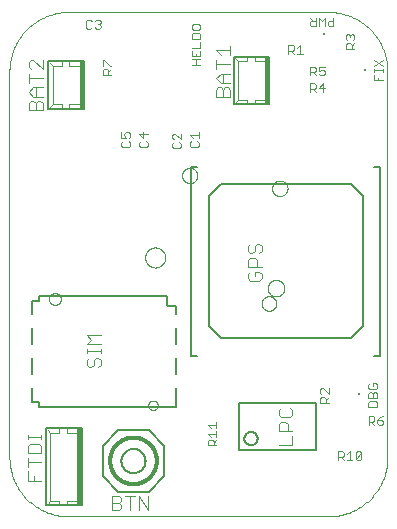
<source format=gto>
G75*
%MOIN*%
%OFA0B0*%
%FSLAX25Y25*%
%IPPOS*%
%LPD*%
%AMOC8*
5,1,8,0,0,1.08239X$1,22.5*
%
%ADD10C,0.00000*%
%ADD11C,0.00800*%
%ADD12C,0.00200*%
%ADD13R,0.01476X0.15748*%
%ADD14C,0.00400*%
%ADD15C,0.00500*%
%ADD16C,0.01200*%
%ADD17C,0.00300*%
%ADD18R,0.00984X0.00984*%
%ADD19R,0.01476X0.25591*%
D10*
X0114340Y0151282D02*
X0114340Y0280022D01*
X0114346Y0280498D01*
X0114363Y0280973D01*
X0114392Y0281448D01*
X0114432Y0281922D01*
X0114484Y0282395D01*
X0114547Y0282866D01*
X0114621Y0283336D01*
X0114707Y0283804D01*
X0114804Y0284270D01*
X0114912Y0284733D01*
X0115031Y0285193D01*
X0115162Y0285651D01*
X0115303Y0286105D01*
X0115456Y0286556D01*
X0115619Y0287002D01*
X0115793Y0287445D01*
X0115978Y0287883D01*
X0116173Y0288317D01*
X0116379Y0288746D01*
X0116595Y0289170D01*
X0116821Y0289589D01*
X0117057Y0290002D01*
X0117303Y0290409D01*
X0117559Y0290810D01*
X0117825Y0291204D01*
X0118100Y0291593D01*
X0118384Y0291974D01*
X0118677Y0292348D01*
X0118979Y0292716D01*
X0119291Y0293076D01*
X0119610Y0293428D01*
X0119938Y0293772D01*
X0120275Y0294109D01*
X0120619Y0294437D01*
X0120971Y0294756D01*
X0121331Y0295068D01*
X0121699Y0295370D01*
X0122073Y0295663D01*
X0122454Y0295947D01*
X0122843Y0296222D01*
X0123237Y0296488D01*
X0123638Y0296744D01*
X0124045Y0296990D01*
X0124458Y0297226D01*
X0124877Y0297452D01*
X0125301Y0297668D01*
X0125730Y0297874D01*
X0126164Y0298069D01*
X0126602Y0298254D01*
X0127045Y0298428D01*
X0127491Y0298591D01*
X0127942Y0298744D01*
X0128396Y0298885D01*
X0128854Y0299016D01*
X0129314Y0299135D01*
X0129777Y0299243D01*
X0130243Y0299340D01*
X0130711Y0299426D01*
X0131181Y0299500D01*
X0131652Y0299563D01*
X0132125Y0299615D01*
X0132599Y0299655D01*
X0133074Y0299684D01*
X0133549Y0299701D01*
X0134025Y0299707D01*
X0220639Y0299707D01*
X0221115Y0299701D01*
X0221590Y0299684D01*
X0222065Y0299655D01*
X0222539Y0299615D01*
X0223012Y0299563D01*
X0223483Y0299500D01*
X0223953Y0299426D01*
X0224421Y0299340D01*
X0224887Y0299243D01*
X0225350Y0299135D01*
X0225810Y0299016D01*
X0226268Y0298885D01*
X0226722Y0298744D01*
X0227173Y0298591D01*
X0227619Y0298428D01*
X0228062Y0298254D01*
X0228500Y0298069D01*
X0228934Y0297874D01*
X0229363Y0297668D01*
X0229787Y0297452D01*
X0230206Y0297226D01*
X0230619Y0296990D01*
X0231026Y0296744D01*
X0231427Y0296488D01*
X0231821Y0296222D01*
X0232210Y0295947D01*
X0232591Y0295663D01*
X0232965Y0295370D01*
X0233333Y0295068D01*
X0233693Y0294756D01*
X0234045Y0294437D01*
X0234389Y0294109D01*
X0234726Y0293772D01*
X0235054Y0293428D01*
X0235373Y0293076D01*
X0235685Y0292716D01*
X0235987Y0292348D01*
X0236280Y0291974D01*
X0236564Y0291593D01*
X0236839Y0291204D01*
X0237105Y0290810D01*
X0237361Y0290409D01*
X0237607Y0290002D01*
X0237843Y0289589D01*
X0238069Y0289170D01*
X0238285Y0288746D01*
X0238491Y0288317D01*
X0238686Y0287883D01*
X0238871Y0287445D01*
X0239045Y0287002D01*
X0239208Y0286556D01*
X0239361Y0286105D01*
X0239502Y0285651D01*
X0239633Y0285193D01*
X0239752Y0284733D01*
X0239860Y0284270D01*
X0239957Y0283804D01*
X0240043Y0283336D01*
X0240117Y0282866D01*
X0240180Y0282395D01*
X0240232Y0281922D01*
X0240272Y0281448D01*
X0240301Y0280973D01*
X0240318Y0280498D01*
X0240324Y0280022D01*
X0240324Y0151282D01*
X0240318Y0150806D01*
X0240301Y0150331D01*
X0240272Y0149856D01*
X0240232Y0149382D01*
X0240180Y0148909D01*
X0240117Y0148438D01*
X0240043Y0147968D01*
X0239957Y0147500D01*
X0239860Y0147034D01*
X0239752Y0146571D01*
X0239633Y0146111D01*
X0239502Y0145653D01*
X0239361Y0145199D01*
X0239208Y0144748D01*
X0239045Y0144302D01*
X0238871Y0143859D01*
X0238686Y0143421D01*
X0238491Y0142987D01*
X0238285Y0142558D01*
X0238069Y0142134D01*
X0237843Y0141715D01*
X0237607Y0141302D01*
X0237361Y0140895D01*
X0237105Y0140494D01*
X0236839Y0140100D01*
X0236564Y0139711D01*
X0236280Y0139330D01*
X0235987Y0138956D01*
X0235685Y0138588D01*
X0235373Y0138228D01*
X0235054Y0137876D01*
X0234726Y0137532D01*
X0234389Y0137195D01*
X0234045Y0136867D01*
X0233693Y0136548D01*
X0233333Y0136236D01*
X0232965Y0135934D01*
X0232591Y0135641D01*
X0232210Y0135357D01*
X0231821Y0135082D01*
X0231427Y0134816D01*
X0231026Y0134560D01*
X0230619Y0134314D01*
X0230206Y0134078D01*
X0229787Y0133852D01*
X0229363Y0133636D01*
X0228934Y0133430D01*
X0228500Y0133235D01*
X0228062Y0133050D01*
X0227619Y0132876D01*
X0227173Y0132713D01*
X0226722Y0132560D01*
X0226268Y0132419D01*
X0225810Y0132288D01*
X0225350Y0132169D01*
X0224887Y0132061D01*
X0224421Y0131964D01*
X0223953Y0131878D01*
X0223483Y0131804D01*
X0223012Y0131741D01*
X0222539Y0131689D01*
X0222065Y0131649D01*
X0221590Y0131620D01*
X0221115Y0131603D01*
X0220639Y0131597D01*
X0134025Y0131597D01*
X0133549Y0131603D01*
X0133074Y0131620D01*
X0132599Y0131649D01*
X0132125Y0131689D01*
X0131652Y0131741D01*
X0131181Y0131804D01*
X0130711Y0131878D01*
X0130243Y0131964D01*
X0129777Y0132061D01*
X0129314Y0132169D01*
X0128854Y0132288D01*
X0128396Y0132419D01*
X0127942Y0132560D01*
X0127491Y0132713D01*
X0127045Y0132876D01*
X0126602Y0133050D01*
X0126164Y0133235D01*
X0125730Y0133430D01*
X0125301Y0133636D01*
X0124877Y0133852D01*
X0124458Y0134078D01*
X0124045Y0134314D01*
X0123638Y0134560D01*
X0123237Y0134816D01*
X0122843Y0135082D01*
X0122454Y0135357D01*
X0122073Y0135641D01*
X0121699Y0135934D01*
X0121331Y0136236D01*
X0120971Y0136548D01*
X0120619Y0136867D01*
X0120275Y0137195D01*
X0119938Y0137532D01*
X0119610Y0137876D01*
X0119291Y0138228D01*
X0118979Y0138588D01*
X0118677Y0138956D01*
X0118384Y0139330D01*
X0118100Y0139711D01*
X0117825Y0140100D01*
X0117559Y0140494D01*
X0117303Y0140895D01*
X0117057Y0141302D01*
X0116821Y0141715D01*
X0116595Y0142134D01*
X0116379Y0142558D01*
X0116173Y0142987D01*
X0115978Y0143421D01*
X0115793Y0143859D01*
X0115619Y0144302D01*
X0115456Y0144748D01*
X0115303Y0145199D01*
X0115162Y0145653D01*
X0115031Y0146111D01*
X0114912Y0146571D01*
X0114804Y0147034D01*
X0114707Y0147500D01*
X0114621Y0147968D01*
X0114547Y0148438D01*
X0114484Y0148909D01*
X0114432Y0149382D01*
X0114392Y0149856D01*
X0114363Y0150331D01*
X0114346Y0150806D01*
X0114340Y0151282D01*
X0127528Y0204038D02*
X0127530Y0204126D01*
X0127536Y0204214D01*
X0127546Y0204302D01*
X0127560Y0204390D01*
X0127577Y0204476D01*
X0127599Y0204562D01*
X0127624Y0204646D01*
X0127654Y0204730D01*
X0127686Y0204812D01*
X0127723Y0204892D01*
X0127763Y0204971D01*
X0127807Y0205048D01*
X0127854Y0205123D01*
X0127904Y0205195D01*
X0127958Y0205266D01*
X0128014Y0205333D01*
X0128074Y0205399D01*
X0128136Y0205461D01*
X0128202Y0205521D01*
X0128269Y0205577D01*
X0128340Y0205631D01*
X0128412Y0205681D01*
X0128487Y0205728D01*
X0128564Y0205772D01*
X0128643Y0205812D01*
X0128723Y0205849D01*
X0128805Y0205881D01*
X0128889Y0205911D01*
X0128973Y0205936D01*
X0129059Y0205958D01*
X0129145Y0205975D01*
X0129233Y0205989D01*
X0129321Y0205999D01*
X0129409Y0206005D01*
X0129497Y0206007D01*
X0129585Y0206005D01*
X0129673Y0205999D01*
X0129761Y0205989D01*
X0129849Y0205975D01*
X0129935Y0205958D01*
X0130021Y0205936D01*
X0130105Y0205911D01*
X0130189Y0205881D01*
X0130271Y0205849D01*
X0130351Y0205812D01*
X0130430Y0205772D01*
X0130507Y0205728D01*
X0130582Y0205681D01*
X0130654Y0205631D01*
X0130725Y0205577D01*
X0130792Y0205521D01*
X0130858Y0205461D01*
X0130920Y0205399D01*
X0130980Y0205333D01*
X0131036Y0205266D01*
X0131090Y0205195D01*
X0131140Y0205123D01*
X0131187Y0205048D01*
X0131231Y0204971D01*
X0131271Y0204892D01*
X0131308Y0204812D01*
X0131340Y0204730D01*
X0131370Y0204646D01*
X0131395Y0204562D01*
X0131417Y0204476D01*
X0131434Y0204390D01*
X0131448Y0204302D01*
X0131458Y0204214D01*
X0131464Y0204126D01*
X0131466Y0204038D01*
X0131464Y0203950D01*
X0131458Y0203862D01*
X0131448Y0203774D01*
X0131434Y0203686D01*
X0131417Y0203600D01*
X0131395Y0203514D01*
X0131370Y0203430D01*
X0131340Y0203346D01*
X0131308Y0203264D01*
X0131271Y0203184D01*
X0131231Y0203105D01*
X0131187Y0203028D01*
X0131140Y0202953D01*
X0131090Y0202881D01*
X0131036Y0202810D01*
X0130980Y0202743D01*
X0130920Y0202677D01*
X0130858Y0202615D01*
X0130792Y0202555D01*
X0130725Y0202499D01*
X0130654Y0202445D01*
X0130582Y0202395D01*
X0130507Y0202348D01*
X0130430Y0202304D01*
X0130351Y0202264D01*
X0130271Y0202227D01*
X0130189Y0202195D01*
X0130105Y0202165D01*
X0130021Y0202140D01*
X0129935Y0202118D01*
X0129849Y0202101D01*
X0129761Y0202087D01*
X0129673Y0202077D01*
X0129585Y0202071D01*
X0129497Y0202069D01*
X0129409Y0202071D01*
X0129321Y0202077D01*
X0129233Y0202087D01*
X0129145Y0202101D01*
X0129059Y0202118D01*
X0128973Y0202140D01*
X0128889Y0202165D01*
X0128805Y0202195D01*
X0128723Y0202227D01*
X0128643Y0202264D01*
X0128564Y0202304D01*
X0128487Y0202348D01*
X0128412Y0202395D01*
X0128340Y0202445D01*
X0128269Y0202499D01*
X0128202Y0202555D01*
X0128136Y0202615D01*
X0128074Y0202677D01*
X0128014Y0202743D01*
X0127958Y0202810D01*
X0127904Y0202881D01*
X0127854Y0202953D01*
X0127807Y0203028D01*
X0127763Y0203105D01*
X0127723Y0203184D01*
X0127686Y0203264D01*
X0127654Y0203346D01*
X0127624Y0203430D01*
X0127599Y0203514D01*
X0127577Y0203600D01*
X0127560Y0203686D01*
X0127546Y0203774D01*
X0127536Y0203862D01*
X0127530Y0203950D01*
X0127528Y0204038D01*
X0114340Y0212747D02*
X0114340Y0256747D01*
X0159576Y0217896D02*
X0159578Y0218011D01*
X0159584Y0218127D01*
X0159594Y0218242D01*
X0159608Y0218357D01*
X0159626Y0218471D01*
X0159648Y0218584D01*
X0159673Y0218697D01*
X0159703Y0218808D01*
X0159736Y0218919D01*
X0159773Y0219028D01*
X0159814Y0219136D01*
X0159859Y0219243D01*
X0159907Y0219348D01*
X0159959Y0219451D01*
X0160015Y0219552D01*
X0160074Y0219652D01*
X0160136Y0219749D01*
X0160202Y0219844D01*
X0160270Y0219937D01*
X0160342Y0220027D01*
X0160417Y0220115D01*
X0160496Y0220200D01*
X0160577Y0220282D01*
X0160660Y0220362D01*
X0160747Y0220438D01*
X0160836Y0220512D01*
X0160927Y0220582D01*
X0161021Y0220650D01*
X0161117Y0220714D01*
X0161216Y0220774D01*
X0161316Y0220831D01*
X0161418Y0220885D01*
X0161522Y0220935D01*
X0161628Y0220982D01*
X0161735Y0221025D01*
X0161844Y0221064D01*
X0161954Y0221099D01*
X0162065Y0221130D01*
X0162177Y0221158D01*
X0162290Y0221182D01*
X0162404Y0221202D01*
X0162519Y0221218D01*
X0162634Y0221230D01*
X0162749Y0221238D01*
X0162864Y0221242D01*
X0162980Y0221242D01*
X0163095Y0221238D01*
X0163210Y0221230D01*
X0163325Y0221218D01*
X0163440Y0221202D01*
X0163554Y0221182D01*
X0163667Y0221158D01*
X0163779Y0221130D01*
X0163890Y0221099D01*
X0164000Y0221064D01*
X0164109Y0221025D01*
X0164216Y0220982D01*
X0164322Y0220935D01*
X0164426Y0220885D01*
X0164528Y0220831D01*
X0164628Y0220774D01*
X0164727Y0220714D01*
X0164823Y0220650D01*
X0164917Y0220582D01*
X0165008Y0220512D01*
X0165097Y0220438D01*
X0165184Y0220362D01*
X0165267Y0220282D01*
X0165348Y0220200D01*
X0165427Y0220115D01*
X0165502Y0220027D01*
X0165574Y0219937D01*
X0165642Y0219844D01*
X0165708Y0219749D01*
X0165770Y0219652D01*
X0165829Y0219552D01*
X0165885Y0219451D01*
X0165937Y0219348D01*
X0165985Y0219243D01*
X0166030Y0219136D01*
X0166071Y0219028D01*
X0166108Y0218919D01*
X0166141Y0218808D01*
X0166171Y0218697D01*
X0166196Y0218584D01*
X0166218Y0218471D01*
X0166236Y0218357D01*
X0166250Y0218242D01*
X0166260Y0218127D01*
X0166266Y0218011D01*
X0166268Y0217896D01*
X0166266Y0217781D01*
X0166260Y0217665D01*
X0166250Y0217550D01*
X0166236Y0217435D01*
X0166218Y0217321D01*
X0166196Y0217208D01*
X0166171Y0217095D01*
X0166141Y0216984D01*
X0166108Y0216873D01*
X0166071Y0216764D01*
X0166030Y0216656D01*
X0165985Y0216549D01*
X0165937Y0216444D01*
X0165885Y0216341D01*
X0165829Y0216240D01*
X0165770Y0216140D01*
X0165708Y0216043D01*
X0165642Y0215948D01*
X0165574Y0215855D01*
X0165502Y0215765D01*
X0165427Y0215677D01*
X0165348Y0215592D01*
X0165267Y0215510D01*
X0165184Y0215430D01*
X0165097Y0215354D01*
X0165008Y0215280D01*
X0164917Y0215210D01*
X0164823Y0215142D01*
X0164727Y0215078D01*
X0164628Y0215018D01*
X0164528Y0214961D01*
X0164426Y0214907D01*
X0164322Y0214857D01*
X0164216Y0214810D01*
X0164109Y0214767D01*
X0164000Y0214728D01*
X0163890Y0214693D01*
X0163779Y0214662D01*
X0163667Y0214634D01*
X0163554Y0214610D01*
X0163440Y0214590D01*
X0163325Y0214574D01*
X0163210Y0214562D01*
X0163095Y0214554D01*
X0162980Y0214550D01*
X0162864Y0214550D01*
X0162749Y0214554D01*
X0162634Y0214562D01*
X0162519Y0214574D01*
X0162404Y0214590D01*
X0162290Y0214610D01*
X0162177Y0214634D01*
X0162065Y0214662D01*
X0161954Y0214693D01*
X0161844Y0214728D01*
X0161735Y0214767D01*
X0161628Y0214810D01*
X0161522Y0214857D01*
X0161418Y0214907D01*
X0161316Y0214961D01*
X0161216Y0215018D01*
X0161117Y0215078D01*
X0161021Y0215142D01*
X0160927Y0215210D01*
X0160836Y0215280D01*
X0160747Y0215354D01*
X0160660Y0215430D01*
X0160577Y0215510D01*
X0160496Y0215592D01*
X0160417Y0215677D01*
X0160342Y0215765D01*
X0160270Y0215855D01*
X0160202Y0215948D01*
X0160136Y0216043D01*
X0160074Y0216140D01*
X0160015Y0216240D01*
X0159959Y0216341D01*
X0159907Y0216444D01*
X0159859Y0216549D01*
X0159814Y0216656D01*
X0159773Y0216764D01*
X0159736Y0216873D01*
X0159703Y0216984D01*
X0159673Y0217095D01*
X0159648Y0217208D01*
X0159626Y0217321D01*
X0159608Y0217435D01*
X0159594Y0217550D01*
X0159584Y0217665D01*
X0159578Y0217781D01*
X0159576Y0217896D01*
X0171919Y0245219D02*
X0171921Y0245319D01*
X0171927Y0245419D01*
X0171937Y0245519D01*
X0171951Y0245619D01*
X0171968Y0245717D01*
X0171990Y0245815D01*
X0172016Y0245912D01*
X0172045Y0246008D01*
X0172078Y0246103D01*
X0172115Y0246196D01*
X0172155Y0246288D01*
X0172199Y0246378D01*
X0172247Y0246467D01*
X0172298Y0246553D01*
X0172352Y0246637D01*
X0172410Y0246719D01*
X0172471Y0246799D01*
X0172535Y0246877D01*
X0172602Y0246951D01*
X0172672Y0247023D01*
X0172744Y0247092D01*
X0172820Y0247159D01*
X0172897Y0247222D01*
X0172978Y0247282D01*
X0173060Y0247339D01*
X0173145Y0247392D01*
X0173232Y0247442D01*
X0173321Y0247489D01*
X0173412Y0247532D01*
X0173504Y0247572D01*
X0173597Y0247608D01*
X0173693Y0247640D01*
X0173789Y0247668D01*
X0173886Y0247693D01*
X0173984Y0247713D01*
X0174083Y0247730D01*
X0174183Y0247743D01*
X0174283Y0247752D01*
X0174383Y0247757D01*
X0174483Y0247758D01*
X0174583Y0247755D01*
X0174683Y0247748D01*
X0174783Y0247737D01*
X0174882Y0247722D01*
X0174981Y0247704D01*
X0175079Y0247681D01*
X0175176Y0247655D01*
X0175271Y0247624D01*
X0175366Y0247590D01*
X0175459Y0247553D01*
X0175550Y0247511D01*
X0175640Y0247466D01*
X0175728Y0247418D01*
X0175813Y0247366D01*
X0175897Y0247311D01*
X0175979Y0247252D01*
X0176058Y0247191D01*
X0176134Y0247126D01*
X0176208Y0247058D01*
X0176280Y0246988D01*
X0176348Y0246914D01*
X0176414Y0246838D01*
X0176476Y0246760D01*
X0176535Y0246679D01*
X0176591Y0246596D01*
X0176644Y0246510D01*
X0176693Y0246423D01*
X0176739Y0246334D01*
X0176782Y0246243D01*
X0176820Y0246150D01*
X0176855Y0246056D01*
X0176886Y0245961D01*
X0176914Y0245864D01*
X0176937Y0245766D01*
X0176957Y0245668D01*
X0176973Y0245569D01*
X0176985Y0245469D01*
X0176993Y0245369D01*
X0176997Y0245269D01*
X0176997Y0245169D01*
X0176993Y0245069D01*
X0176985Y0244969D01*
X0176973Y0244869D01*
X0176957Y0244770D01*
X0176937Y0244672D01*
X0176914Y0244574D01*
X0176886Y0244477D01*
X0176855Y0244382D01*
X0176820Y0244288D01*
X0176782Y0244195D01*
X0176739Y0244104D01*
X0176693Y0244015D01*
X0176644Y0243928D01*
X0176591Y0243842D01*
X0176535Y0243759D01*
X0176476Y0243678D01*
X0176414Y0243600D01*
X0176348Y0243524D01*
X0176280Y0243450D01*
X0176208Y0243380D01*
X0176134Y0243312D01*
X0176058Y0243247D01*
X0175979Y0243186D01*
X0175897Y0243127D01*
X0175813Y0243072D01*
X0175727Y0243020D01*
X0175640Y0242972D01*
X0175550Y0242927D01*
X0175459Y0242885D01*
X0175366Y0242848D01*
X0175271Y0242814D01*
X0175176Y0242783D01*
X0175079Y0242757D01*
X0174981Y0242734D01*
X0174882Y0242716D01*
X0174783Y0242701D01*
X0174683Y0242690D01*
X0174583Y0242683D01*
X0174483Y0242680D01*
X0174383Y0242681D01*
X0174283Y0242686D01*
X0174183Y0242695D01*
X0174083Y0242708D01*
X0173984Y0242725D01*
X0173886Y0242745D01*
X0173789Y0242770D01*
X0173693Y0242798D01*
X0173597Y0242830D01*
X0173504Y0242866D01*
X0173412Y0242906D01*
X0173321Y0242949D01*
X0173232Y0242996D01*
X0173145Y0243046D01*
X0173060Y0243099D01*
X0172978Y0243156D01*
X0172897Y0243216D01*
X0172820Y0243279D01*
X0172744Y0243346D01*
X0172672Y0243415D01*
X0172602Y0243487D01*
X0172535Y0243561D01*
X0172471Y0243639D01*
X0172410Y0243719D01*
X0172352Y0243801D01*
X0172298Y0243885D01*
X0172247Y0243971D01*
X0172199Y0244060D01*
X0172155Y0244150D01*
X0172115Y0244242D01*
X0172078Y0244335D01*
X0172045Y0244430D01*
X0172016Y0244526D01*
X0171990Y0244623D01*
X0171968Y0244721D01*
X0171951Y0244819D01*
X0171937Y0244919D01*
X0171927Y0245019D01*
X0171921Y0245119D01*
X0171919Y0245219D01*
X0201879Y0240967D02*
X0201881Y0241068D01*
X0201887Y0241169D01*
X0201897Y0241270D01*
X0201911Y0241370D01*
X0201929Y0241470D01*
X0201950Y0241569D01*
X0201976Y0241667D01*
X0202005Y0241764D01*
X0202038Y0241860D01*
X0202075Y0241954D01*
X0202116Y0242047D01*
X0202160Y0242138D01*
X0202208Y0242227D01*
X0202259Y0242315D01*
X0202314Y0242400D01*
X0202372Y0242483D01*
X0202433Y0242564D01*
X0202497Y0242642D01*
X0202564Y0242718D01*
X0202634Y0242791D01*
X0202707Y0242861D01*
X0202783Y0242928D01*
X0202861Y0242992D01*
X0202942Y0243053D01*
X0203025Y0243111D01*
X0203110Y0243166D01*
X0203198Y0243217D01*
X0203287Y0243265D01*
X0203378Y0243309D01*
X0203471Y0243350D01*
X0203565Y0243387D01*
X0203661Y0243420D01*
X0203758Y0243449D01*
X0203856Y0243475D01*
X0203955Y0243496D01*
X0204055Y0243514D01*
X0204155Y0243528D01*
X0204256Y0243538D01*
X0204357Y0243544D01*
X0204458Y0243546D01*
X0204559Y0243544D01*
X0204660Y0243538D01*
X0204761Y0243528D01*
X0204861Y0243514D01*
X0204961Y0243496D01*
X0205060Y0243475D01*
X0205158Y0243449D01*
X0205255Y0243420D01*
X0205351Y0243387D01*
X0205445Y0243350D01*
X0205538Y0243309D01*
X0205629Y0243265D01*
X0205718Y0243217D01*
X0205806Y0243166D01*
X0205891Y0243111D01*
X0205974Y0243053D01*
X0206055Y0242992D01*
X0206133Y0242928D01*
X0206209Y0242861D01*
X0206282Y0242791D01*
X0206352Y0242718D01*
X0206419Y0242642D01*
X0206483Y0242564D01*
X0206544Y0242483D01*
X0206602Y0242400D01*
X0206657Y0242315D01*
X0206708Y0242227D01*
X0206756Y0242138D01*
X0206800Y0242047D01*
X0206841Y0241954D01*
X0206878Y0241860D01*
X0206911Y0241764D01*
X0206940Y0241667D01*
X0206966Y0241569D01*
X0206987Y0241470D01*
X0207005Y0241370D01*
X0207019Y0241270D01*
X0207029Y0241169D01*
X0207035Y0241068D01*
X0207037Y0240967D01*
X0207035Y0240866D01*
X0207029Y0240765D01*
X0207019Y0240664D01*
X0207005Y0240564D01*
X0206987Y0240464D01*
X0206966Y0240365D01*
X0206940Y0240267D01*
X0206911Y0240170D01*
X0206878Y0240074D01*
X0206841Y0239980D01*
X0206800Y0239887D01*
X0206756Y0239796D01*
X0206708Y0239707D01*
X0206657Y0239619D01*
X0206602Y0239534D01*
X0206544Y0239451D01*
X0206483Y0239370D01*
X0206419Y0239292D01*
X0206352Y0239216D01*
X0206282Y0239143D01*
X0206209Y0239073D01*
X0206133Y0239006D01*
X0206055Y0238942D01*
X0205974Y0238881D01*
X0205891Y0238823D01*
X0205806Y0238768D01*
X0205718Y0238717D01*
X0205629Y0238669D01*
X0205538Y0238625D01*
X0205445Y0238584D01*
X0205351Y0238547D01*
X0205255Y0238514D01*
X0205158Y0238485D01*
X0205060Y0238459D01*
X0204961Y0238438D01*
X0204861Y0238420D01*
X0204761Y0238406D01*
X0204660Y0238396D01*
X0204559Y0238390D01*
X0204458Y0238388D01*
X0204357Y0238390D01*
X0204256Y0238396D01*
X0204155Y0238406D01*
X0204055Y0238420D01*
X0203955Y0238438D01*
X0203856Y0238459D01*
X0203758Y0238485D01*
X0203661Y0238514D01*
X0203565Y0238547D01*
X0203471Y0238584D01*
X0203378Y0238625D01*
X0203287Y0238669D01*
X0203198Y0238717D01*
X0203110Y0238768D01*
X0203025Y0238823D01*
X0202942Y0238881D01*
X0202861Y0238942D01*
X0202783Y0239006D01*
X0202707Y0239073D01*
X0202634Y0239143D01*
X0202564Y0239216D01*
X0202497Y0239292D01*
X0202433Y0239370D01*
X0202372Y0239451D01*
X0202314Y0239534D01*
X0202259Y0239619D01*
X0202208Y0239707D01*
X0202160Y0239796D01*
X0202116Y0239887D01*
X0202075Y0239980D01*
X0202038Y0240074D01*
X0202005Y0240170D01*
X0201976Y0240267D01*
X0201950Y0240365D01*
X0201929Y0240464D01*
X0201911Y0240564D01*
X0201897Y0240664D01*
X0201887Y0240765D01*
X0201881Y0240866D01*
X0201879Y0240967D01*
X0200442Y0207660D02*
X0200444Y0207765D01*
X0200450Y0207870D01*
X0200460Y0207974D01*
X0200474Y0208078D01*
X0200492Y0208182D01*
X0200514Y0208284D01*
X0200539Y0208386D01*
X0200569Y0208487D01*
X0200602Y0208586D01*
X0200639Y0208684D01*
X0200680Y0208781D01*
X0200725Y0208876D01*
X0200773Y0208969D01*
X0200824Y0209061D01*
X0200880Y0209150D01*
X0200938Y0209237D01*
X0201000Y0209322D01*
X0201064Y0209405D01*
X0201132Y0209485D01*
X0201203Y0209562D01*
X0201277Y0209636D01*
X0201354Y0209708D01*
X0201433Y0209777D01*
X0201515Y0209842D01*
X0201599Y0209905D01*
X0201686Y0209964D01*
X0201775Y0210020D01*
X0201866Y0210073D01*
X0201959Y0210122D01*
X0202053Y0210167D01*
X0202149Y0210209D01*
X0202247Y0210247D01*
X0202346Y0210281D01*
X0202447Y0210312D01*
X0202548Y0210338D01*
X0202651Y0210361D01*
X0202754Y0210380D01*
X0202858Y0210395D01*
X0202962Y0210406D01*
X0203067Y0210413D01*
X0203172Y0210416D01*
X0203277Y0210415D01*
X0203382Y0210410D01*
X0203486Y0210401D01*
X0203590Y0210388D01*
X0203694Y0210371D01*
X0203797Y0210350D01*
X0203899Y0210325D01*
X0204000Y0210297D01*
X0204099Y0210264D01*
X0204198Y0210228D01*
X0204295Y0210188D01*
X0204390Y0210145D01*
X0204484Y0210097D01*
X0204576Y0210047D01*
X0204666Y0209993D01*
X0204754Y0209935D01*
X0204839Y0209874D01*
X0204922Y0209810D01*
X0205003Y0209743D01*
X0205081Y0209673D01*
X0205156Y0209599D01*
X0205228Y0209524D01*
X0205298Y0209445D01*
X0205364Y0209364D01*
X0205428Y0209280D01*
X0205488Y0209194D01*
X0205544Y0209106D01*
X0205598Y0209015D01*
X0205648Y0208923D01*
X0205694Y0208829D01*
X0205737Y0208733D01*
X0205776Y0208635D01*
X0205811Y0208537D01*
X0205842Y0208436D01*
X0205870Y0208335D01*
X0205894Y0208233D01*
X0205914Y0208130D01*
X0205930Y0208026D01*
X0205942Y0207922D01*
X0205950Y0207817D01*
X0205954Y0207712D01*
X0205954Y0207608D01*
X0205950Y0207503D01*
X0205942Y0207398D01*
X0205930Y0207294D01*
X0205914Y0207190D01*
X0205894Y0207087D01*
X0205870Y0206985D01*
X0205842Y0206884D01*
X0205811Y0206783D01*
X0205776Y0206685D01*
X0205737Y0206587D01*
X0205694Y0206491D01*
X0205648Y0206397D01*
X0205598Y0206305D01*
X0205544Y0206214D01*
X0205488Y0206126D01*
X0205428Y0206040D01*
X0205364Y0205956D01*
X0205298Y0205875D01*
X0205228Y0205796D01*
X0205156Y0205721D01*
X0205081Y0205647D01*
X0205003Y0205577D01*
X0204922Y0205510D01*
X0204839Y0205446D01*
X0204754Y0205385D01*
X0204666Y0205327D01*
X0204576Y0205273D01*
X0204484Y0205223D01*
X0204390Y0205175D01*
X0204295Y0205132D01*
X0204198Y0205092D01*
X0204099Y0205056D01*
X0204000Y0205023D01*
X0203899Y0204995D01*
X0203797Y0204970D01*
X0203694Y0204949D01*
X0203590Y0204932D01*
X0203486Y0204919D01*
X0203382Y0204910D01*
X0203277Y0204905D01*
X0203172Y0204904D01*
X0203067Y0204907D01*
X0202962Y0204914D01*
X0202858Y0204925D01*
X0202754Y0204940D01*
X0202651Y0204959D01*
X0202548Y0204982D01*
X0202447Y0205008D01*
X0202346Y0205039D01*
X0202247Y0205073D01*
X0202149Y0205111D01*
X0202053Y0205153D01*
X0201959Y0205198D01*
X0201866Y0205247D01*
X0201775Y0205300D01*
X0201686Y0205356D01*
X0201599Y0205415D01*
X0201515Y0205478D01*
X0201433Y0205543D01*
X0201354Y0205612D01*
X0201277Y0205684D01*
X0201203Y0205758D01*
X0201132Y0205835D01*
X0201064Y0205915D01*
X0201000Y0205998D01*
X0200938Y0206083D01*
X0200880Y0206170D01*
X0200824Y0206259D01*
X0200773Y0206351D01*
X0200725Y0206444D01*
X0200680Y0206539D01*
X0200639Y0206636D01*
X0200602Y0206734D01*
X0200569Y0206833D01*
X0200539Y0206934D01*
X0200514Y0207036D01*
X0200492Y0207138D01*
X0200474Y0207242D01*
X0200460Y0207346D01*
X0200450Y0207450D01*
X0200444Y0207555D01*
X0200442Y0207660D01*
X0198395Y0202542D02*
X0198397Y0202640D01*
X0198403Y0202738D01*
X0198413Y0202836D01*
X0198427Y0202934D01*
X0198444Y0203030D01*
X0198466Y0203126D01*
X0198491Y0203221D01*
X0198521Y0203315D01*
X0198554Y0203408D01*
X0198590Y0203499D01*
X0198631Y0203588D01*
X0198675Y0203676D01*
X0198722Y0203762D01*
X0198773Y0203847D01*
X0198827Y0203929D01*
X0198885Y0204008D01*
X0198945Y0204086D01*
X0199009Y0204161D01*
X0199076Y0204233D01*
X0199145Y0204302D01*
X0199217Y0204369D01*
X0199292Y0204433D01*
X0199370Y0204493D01*
X0199449Y0204551D01*
X0199531Y0204605D01*
X0199615Y0204656D01*
X0199702Y0204703D01*
X0199790Y0204747D01*
X0199879Y0204788D01*
X0199970Y0204824D01*
X0200063Y0204857D01*
X0200157Y0204887D01*
X0200252Y0204912D01*
X0200348Y0204934D01*
X0200444Y0204951D01*
X0200542Y0204965D01*
X0200640Y0204975D01*
X0200738Y0204981D01*
X0200836Y0204983D01*
X0200934Y0204981D01*
X0201032Y0204975D01*
X0201130Y0204965D01*
X0201228Y0204951D01*
X0201324Y0204934D01*
X0201420Y0204912D01*
X0201515Y0204887D01*
X0201609Y0204857D01*
X0201702Y0204824D01*
X0201793Y0204788D01*
X0201882Y0204747D01*
X0201970Y0204703D01*
X0202056Y0204656D01*
X0202141Y0204605D01*
X0202223Y0204551D01*
X0202302Y0204493D01*
X0202380Y0204433D01*
X0202455Y0204369D01*
X0202527Y0204302D01*
X0202596Y0204233D01*
X0202663Y0204161D01*
X0202727Y0204086D01*
X0202787Y0204008D01*
X0202845Y0203929D01*
X0202899Y0203847D01*
X0202950Y0203763D01*
X0202997Y0203676D01*
X0203041Y0203588D01*
X0203082Y0203499D01*
X0203118Y0203408D01*
X0203151Y0203315D01*
X0203181Y0203221D01*
X0203206Y0203126D01*
X0203228Y0203030D01*
X0203245Y0202934D01*
X0203259Y0202836D01*
X0203269Y0202738D01*
X0203275Y0202640D01*
X0203277Y0202542D01*
X0203275Y0202444D01*
X0203269Y0202346D01*
X0203259Y0202248D01*
X0203245Y0202150D01*
X0203228Y0202054D01*
X0203206Y0201958D01*
X0203181Y0201863D01*
X0203151Y0201769D01*
X0203118Y0201676D01*
X0203082Y0201585D01*
X0203041Y0201496D01*
X0202997Y0201408D01*
X0202950Y0201322D01*
X0202899Y0201237D01*
X0202845Y0201155D01*
X0202787Y0201076D01*
X0202727Y0200998D01*
X0202663Y0200923D01*
X0202596Y0200851D01*
X0202527Y0200782D01*
X0202455Y0200715D01*
X0202380Y0200651D01*
X0202302Y0200591D01*
X0202223Y0200533D01*
X0202141Y0200479D01*
X0202057Y0200428D01*
X0201970Y0200381D01*
X0201882Y0200337D01*
X0201793Y0200296D01*
X0201702Y0200260D01*
X0201609Y0200227D01*
X0201515Y0200197D01*
X0201420Y0200172D01*
X0201324Y0200150D01*
X0201228Y0200133D01*
X0201130Y0200119D01*
X0201032Y0200109D01*
X0200934Y0200103D01*
X0200836Y0200101D01*
X0200738Y0200103D01*
X0200640Y0200109D01*
X0200542Y0200119D01*
X0200444Y0200133D01*
X0200348Y0200150D01*
X0200252Y0200172D01*
X0200157Y0200197D01*
X0200063Y0200227D01*
X0199970Y0200260D01*
X0199879Y0200296D01*
X0199790Y0200337D01*
X0199702Y0200381D01*
X0199616Y0200428D01*
X0199531Y0200479D01*
X0199449Y0200533D01*
X0199370Y0200591D01*
X0199292Y0200651D01*
X0199217Y0200715D01*
X0199145Y0200782D01*
X0199076Y0200851D01*
X0199009Y0200923D01*
X0198945Y0200998D01*
X0198885Y0201076D01*
X0198827Y0201155D01*
X0198773Y0201237D01*
X0198722Y0201321D01*
X0198675Y0201408D01*
X0198631Y0201496D01*
X0198590Y0201585D01*
X0198554Y0201676D01*
X0198521Y0201769D01*
X0198491Y0201863D01*
X0198466Y0201958D01*
X0198444Y0202054D01*
X0198427Y0202150D01*
X0198413Y0202248D01*
X0198403Y0202346D01*
X0198397Y0202444D01*
X0198395Y0202542D01*
X0160599Y0168605D02*
X0160601Y0168684D01*
X0160607Y0168763D01*
X0160617Y0168842D01*
X0160631Y0168920D01*
X0160648Y0168997D01*
X0160670Y0169073D01*
X0160695Y0169148D01*
X0160725Y0169221D01*
X0160757Y0169293D01*
X0160794Y0169364D01*
X0160834Y0169432D01*
X0160877Y0169498D01*
X0160923Y0169562D01*
X0160973Y0169624D01*
X0161026Y0169683D01*
X0161081Y0169739D01*
X0161140Y0169793D01*
X0161201Y0169843D01*
X0161264Y0169891D01*
X0161330Y0169935D01*
X0161398Y0169976D01*
X0161468Y0170013D01*
X0161539Y0170047D01*
X0161613Y0170077D01*
X0161687Y0170103D01*
X0161763Y0170125D01*
X0161840Y0170144D01*
X0161918Y0170159D01*
X0161996Y0170170D01*
X0162075Y0170177D01*
X0162154Y0170180D01*
X0162233Y0170179D01*
X0162312Y0170174D01*
X0162391Y0170165D01*
X0162469Y0170152D01*
X0162546Y0170135D01*
X0162623Y0170115D01*
X0162698Y0170090D01*
X0162772Y0170062D01*
X0162845Y0170030D01*
X0162915Y0169995D01*
X0162984Y0169956D01*
X0163051Y0169913D01*
X0163116Y0169867D01*
X0163178Y0169819D01*
X0163238Y0169767D01*
X0163295Y0169712D01*
X0163349Y0169654D01*
X0163400Y0169594D01*
X0163448Y0169531D01*
X0163493Y0169466D01*
X0163535Y0169398D01*
X0163573Y0169329D01*
X0163607Y0169258D01*
X0163638Y0169185D01*
X0163666Y0169110D01*
X0163689Y0169035D01*
X0163709Y0168958D01*
X0163725Y0168881D01*
X0163737Y0168802D01*
X0163745Y0168724D01*
X0163749Y0168645D01*
X0163749Y0168565D01*
X0163745Y0168486D01*
X0163737Y0168408D01*
X0163725Y0168329D01*
X0163709Y0168252D01*
X0163689Y0168175D01*
X0163666Y0168100D01*
X0163638Y0168025D01*
X0163607Y0167952D01*
X0163573Y0167881D01*
X0163535Y0167812D01*
X0163493Y0167744D01*
X0163448Y0167679D01*
X0163400Y0167616D01*
X0163349Y0167556D01*
X0163295Y0167498D01*
X0163238Y0167443D01*
X0163178Y0167391D01*
X0163116Y0167343D01*
X0163051Y0167297D01*
X0162984Y0167254D01*
X0162915Y0167215D01*
X0162845Y0167180D01*
X0162772Y0167148D01*
X0162698Y0167120D01*
X0162623Y0167095D01*
X0162546Y0167075D01*
X0162469Y0167058D01*
X0162391Y0167045D01*
X0162312Y0167036D01*
X0162233Y0167031D01*
X0162154Y0167030D01*
X0162075Y0167033D01*
X0161996Y0167040D01*
X0161918Y0167051D01*
X0161840Y0167066D01*
X0161763Y0167085D01*
X0161687Y0167107D01*
X0161613Y0167133D01*
X0161539Y0167163D01*
X0161468Y0167197D01*
X0161398Y0167234D01*
X0161330Y0167275D01*
X0161264Y0167319D01*
X0161201Y0167367D01*
X0161140Y0167417D01*
X0161081Y0167471D01*
X0161026Y0167527D01*
X0160973Y0167586D01*
X0160923Y0167648D01*
X0160877Y0167712D01*
X0160834Y0167778D01*
X0160794Y0167846D01*
X0160757Y0167917D01*
X0160725Y0167989D01*
X0160695Y0168062D01*
X0160670Y0168137D01*
X0160648Y0168213D01*
X0160631Y0168290D01*
X0160617Y0168368D01*
X0160607Y0168447D01*
X0160601Y0168526D01*
X0160599Y0168605D01*
D11*
X0138355Y0161026D02*
X0126544Y0161026D01*
X0126544Y0135239D01*
X0138355Y0135239D01*
X0138355Y0161026D01*
X0190914Y0153644D02*
X0216505Y0153644D01*
X0216505Y0169392D01*
X0190914Y0169392D01*
X0190914Y0153644D01*
X0192650Y0157581D02*
X0192652Y0157674D01*
X0192658Y0157768D01*
X0192668Y0157861D01*
X0192682Y0157953D01*
X0192699Y0158045D01*
X0192721Y0158136D01*
X0192746Y0158226D01*
X0192776Y0158314D01*
X0192809Y0158402D01*
X0192845Y0158488D01*
X0192886Y0158572D01*
X0192929Y0158654D01*
X0192977Y0158735D01*
X0193027Y0158814D01*
X0193081Y0158890D01*
X0193139Y0158964D01*
X0193199Y0159035D01*
X0193262Y0159104D01*
X0193328Y0159170D01*
X0193397Y0159233D01*
X0193468Y0159293D01*
X0193542Y0159351D01*
X0193618Y0159405D01*
X0193697Y0159455D01*
X0193778Y0159503D01*
X0193860Y0159546D01*
X0193944Y0159587D01*
X0194030Y0159623D01*
X0194118Y0159656D01*
X0194206Y0159686D01*
X0194296Y0159711D01*
X0194387Y0159733D01*
X0194479Y0159750D01*
X0194571Y0159764D01*
X0194664Y0159774D01*
X0194758Y0159780D01*
X0194851Y0159782D01*
X0194944Y0159780D01*
X0195038Y0159774D01*
X0195131Y0159764D01*
X0195223Y0159750D01*
X0195315Y0159733D01*
X0195406Y0159711D01*
X0195496Y0159686D01*
X0195584Y0159656D01*
X0195672Y0159623D01*
X0195758Y0159587D01*
X0195842Y0159546D01*
X0195924Y0159503D01*
X0196005Y0159455D01*
X0196084Y0159405D01*
X0196160Y0159351D01*
X0196234Y0159293D01*
X0196305Y0159233D01*
X0196374Y0159170D01*
X0196440Y0159104D01*
X0196503Y0159035D01*
X0196563Y0158964D01*
X0196621Y0158890D01*
X0196675Y0158814D01*
X0196725Y0158735D01*
X0196773Y0158654D01*
X0196816Y0158572D01*
X0196857Y0158488D01*
X0196893Y0158402D01*
X0196926Y0158314D01*
X0196956Y0158226D01*
X0196981Y0158136D01*
X0197003Y0158045D01*
X0197020Y0157953D01*
X0197034Y0157861D01*
X0197044Y0157768D01*
X0197050Y0157674D01*
X0197052Y0157581D01*
X0197050Y0157488D01*
X0197044Y0157394D01*
X0197034Y0157301D01*
X0197020Y0157209D01*
X0197003Y0157117D01*
X0196981Y0157026D01*
X0196956Y0156936D01*
X0196926Y0156848D01*
X0196893Y0156760D01*
X0196857Y0156674D01*
X0196816Y0156590D01*
X0196773Y0156508D01*
X0196725Y0156427D01*
X0196675Y0156348D01*
X0196621Y0156272D01*
X0196563Y0156198D01*
X0196503Y0156127D01*
X0196440Y0156058D01*
X0196374Y0155992D01*
X0196305Y0155929D01*
X0196234Y0155869D01*
X0196160Y0155811D01*
X0196084Y0155757D01*
X0196005Y0155707D01*
X0195924Y0155659D01*
X0195842Y0155616D01*
X0195758Y0155575D01*
X0195672Y0155539D01*
X0195584Y0155506D01*
X0195496Y0155476D01*
X0195406Y0155451D01*
X0195315Y0155429D01*
X0195223Y0155412D01*
X0195131Y0155398D01*
X0195038Y0155388D01*
X0194944Y0155382D01*
X0194851Y0155380D01*
X0194758Y0155382D01*
X0194664Y0155388D01*
X0194571Y0155398D01*
X0194479Y0155412D01*
X0194387Y0155429D01*
X0194296Y0155451D01*
X0194206Y0155476D01*
X0194118Y0155506D01*
X0194030Y0155539D01*
X0193944Y0155575D01*
X0193860Y0155616D01*
X0193778Y0155659D01*
X0193697Y0155707D01*
X0193618Y0155757D01*
X0193542Y0155811D01*
X0193468Y0155869D01*
X0193397Y0155929D01*
X0193328Y0155992D01*
X0193262Y0156058D01*
X0193199Y0156127D01*
X0193139Y0156198D01*
X0193081Y0156272D01*
X0193027Y0156348D01*
X0192977Y0156427D01*
X0192929Y0156508D01*
X0192886Y0156590D01*
X0192845Y0156674D01*
X0192809Y0156760D01*
X0192776Y0156848D01*
X0192746Y0156936D01*
X0192721Y0157026D01*
X0192699Y0157117D01*
X0192682Y0157209D01*
X0192668Y0157301D01*
X0192658Y0157394D01*
X0192652Y0157488D01*
X0192650Y0157581D01*
X0139143Y0267325D02*
X0127332Y0267325D01*
X0127332Y0283270D01*
X0139143Y0283270D01*
X0139143Y0267325D01*
X0189143Y0268900D02*
X0200954Y0268900D01*
X0200954Y0284845D01*
X0189143Y0284845D01*
X0189143Y0268900D01*
D12*
X0189635Y0269491D02*
X0190619Y0270475D01*
X0190619Y0283270D01*
X0189635Y0284254D01*
X0190619Y0283270D02*
X0193572Y0283270D01*
X0193572Y0284747D01*
X0196033Y0284747D02*
X0196033Y0283270D01*
X0199970Y0283270D01*
X0199970Y0270475D02*
X0196033Y0270475D01*
X0196033Y0268998D01*
X0193572Y0268998D02*
X0193572Y0270475D01*
X0190619Y0270475D01*
X0138159Y0268900D02*
X0134222Y0268900D01*
X0134222Y0267424D01*
X0131761Y0267424D02*
X0131761Y0268900D01*
X0128808Y0268900D01*
X0127824Y0267916D01*
X0128808Y0268900D02*
X0128808Y0281695D01*
X0127824Y0282680D01*
X0128808Y0281695D02*
X0131761Y0281695D01*
X0131761Y0283172D01*
X0134222Y0283172D02*
X0134222Y0281695D01*
X0138159Y0281695D01*
X0133434Y0160928D02*
X0133434Y0159451D01*
X0137371Y0159451D01*
X0130973Y0159451D02*
X0128021Y0159451D01*
X0127036Y0160435D01*
X0128021Y0159451D02*
X0128021Y0136813D01*
X0127036Y0135829D01*
X0128021Y0136813D02*
X0130973Y0136813D01*
X0130973Y0135337D01*
X0133434Y0135337D02*
X0133434Y0136813D01*
X0137371Y0136813D01*
X0130973Y0159451D02*
X0130973Y0160928D01*
D13*
X0138405Y0275298D03*
X0200216Y0276872D03*
D14*
X0120362Y0146579D02*
X0120362Y0143509D01*
X0124966Y0143509D01*
X0122664Y0143509D02*
X0122664Y0145044D01*
X0120362Y0148113D02*
X0120362Y0151183D01*
X0120362Y0152717D02*
X0120362Y0155019D01*
X0121130Y0155787D01*
X0124199Y0155787D01*
X0124966Y0155019D01*
X0124966Y0152717D01*
X0120362Y0152717D01*
X0120362Y0149648D02*
X0124966Y0149648D01*
X0124966Y0157321D02*
X0124966Y0158856D01*
X0124966Y0158089D02*
X0120362Y0158089D01*
X0120362Y0158856D02*
X0120362Y0157321D01*
X0140894Y0181331D02*
X0141661Y0181331D01*
X0142428Y0182098D01*
X0142428Y0183633D01*
X0143196Y0184400D01*
X0143963Y0184400D01*
X0144730Y0183633D01*
X0144730Y0182098D01*
X0143963Y0181331D01*
X0140894Y0181331D02*
X0140126Y0182098D01*
X0140126Y0183633D01*
X0140894Y0184400D01*
X0140126Y0185935D02*
X0140126Y0187469D01*
X0140126Y0186702D02*
X0144730Y0186702D01*
X0144730Y0185935D02*
X0144730Y0187469D01*
X0144730Y0189004D02*
X0140126Y0189004D01*
X0141661Y0190539D01*
X0140126Y0192073D01*
X0144730Y0192073D01*
X0148398Y0138369D02*
X0150700Y0138369D01*
X0151467Y0137602D01*
X0151467Y0136835D01*
X0150700Y0136067D01*
X0148398Y0136067D01*
X0148398Y0133765D02*
X0150700Y0133765D01*
X0151467Y0134533D01*
X0151467Y0135300D01*
X0150700Y0136067D01*
X0148398Y0133765D02*
X0148398Y0138369D01*
X0153002Y0138369D02*
X0156071Y0138369D01*
X0154536Y0138369D02*
X0154536Y0133765D01*
X0157606Y0133765D02*
X0157606Y0138369D01*
X0160675Y0133765D01*
X0160675Y0138369D01*
X0204024Y0155419D02*
X0208628Y0155419D01*
X0208628Y0158488D01*
X0208628Y0160023D02*
X0204024Y0160023D01*
X0204024Y0162325D01*
X0204791Y0163092D01*
X0206326Y0163092D01*
X0207093Y0162325D01*
X0207093Y0160023D01*
X0207861Y0164627D02*
X0204791Y0164627D01*
X0204024Y0165394D01*
X0204024Y0166929D01*
X0204791Y0167696D01*
X0207861Y0167696D02*
X0208628Y0166929D01*
X0208628Y0165394D01*
X0207861Y0164627D01*
X0197624Y0210143D02*
X0194555Y0210143D01*
X0193788Y0210911D01*
X0193788Y0212445D01*
X0194555Y0213213D01*
X0196090Y0213213D02*
X0196090Y0211678D01*
X0196090Y0213213D02*
X0197624Y0213213D01*
X0198392Y0212445D01*
X0198392Y0210911D01*
X0197624Y0210143D01*
X0196857Y0214747D02*
X0196857Y0217049D01*
X0196090Y0217817D01*
X0194555Y0217817D01*
X0193788Y0217049D01*
X0193788Y0214747D01*
X0198392Y0214747D01*
X0197624Y0219351D02*
X0198392Y0220119D01*
X0198392Y0221653D01*
X0197624Y0222420D01*
X0196857Y0222420D01*
X0196090Y0221653D01*
X0196090Y0220119D01*
X0195322Y0219351D01*
X0194555Y0219351D01*
X0193788Y0220119D01*
X0193788Y0221653D01*
X0194555Y0222420D01*
X0187840Y0271550D02*
X0183236Y0271550D01*
X0183236Y0273852D01*
X0184004Y0274620D01*
X0184771Y0274620D01*
X0185538Y0273852D01*
X0185538Y0271550D01*
X0185538Y0273852D02*
X0186306Y0274620D01*
X0187073Y0274620D01*
X0187840Y0273852D01*
X0187840Y0271550D01*
X0187840Y0276154D02*
X0184771Y0276154D01*
X0183236Y0277689D01*
X0184771Y0279224D01*
X0187840Y0279224D01*
X0185538Y0279224D02*
X0185538Y0276154D01*
X0183236Y0280758D02*
X0183236Y0283828D01*
X0183236Y0282293D02*
X0187840Y0282293D01*
X0187840Y0285362D02*
X0187840Y0288432D01*
X0187840Y0286897D02*
X0183236Y0286897D01*
X0184771Y0285362D01*
X0125360Y0283816D02*
X0125360Y0280746D01*
X0122291Y0283816D01*
X0121523Y0283816D01*
X0120756Y0283048D01*
X0120756Y0281514D01*
X0121523Y0280746D01*
X0120756Y0279212D02*
X0120756Y0276143D01*
X0120756Y0277677D02*
X0125360Y0277677D01*
X0125360Y0274608D02*
X0122291Y0274608D01*
X0120756Y0273073D01*
X0122291Y0271539D01*
X0125360Y0271539D01*
X0124593Y0270004D02*
X0125360Y0269237D01*
X0125360Y0266935D01*
X0120756Y0266935D01*
X0120756Y0269237D01*
X0121523Y0270004D01*
X0122291Y0270004D01*
X0123058Y0269237D01*
X0123058Y0266935D01*
X0123058Y0269237D02*
X0123825Y0270004D01*
X0124593Y0270004D01*
X0123058Y0271539D02*
X0123058Y0274608D01*
D15*
X0174970Y0248132D02*
X0174970Y0185140D01*
X0176938Y0185140D01*
X0169851Y0184353D02*
X0169851Y0179077D01*
X0169851Y0174353D02*
X0169851Y0168211D01*
X0124182Y0168211D01*
X0124182Y0169786D01*
X0121820Y0169786D01*
X0121820Y0174392D01*
X0121820Y0179077D02*
X0121820Y0184353D01*
X0121820Y0189077D02*
X0121820Y0194353D01*
X0121820Y0199077D02*
X0121820Y0203250D01*
X0124182Y0203250D01*
X0124182Y0205219D01*
X0166702Y0205219D01*
X0166702Y0202857D01*
X0166704Y0202791D01*
X0166709Y0202725D01*
X0166719Y0202659D01*
X0166732Y0202594D01*
X0166748Y0202530D01*
X0166768Y0202467D01*
X0166792Y0202405D01*
X0166819Y0202345D01*
X0166849Y0202286D01*
X0166883Y0202229D01*
X0166920Y0202174D01*
X0166960Y0202121D01*
X0167002Y0202070D01*
X0167048Y0202022D01*
X0167096Y0201976D01*
X0167147Y0201934D01*
X0167200Y0201894D01*
X0167255Y0201857D01*
X0167312Y0201823D01*
X0167371Y0201793D01*
X0167431Y0201766D01*
X0167493Y0201742D01*
X0167556Y0201722D01*
X0167620Y0201706D01*
X0167685Y0201693D01*
X0167751Y0201683D01*
X0167817Y0201678D01*
X0167883Y0201676D01*
X0169851Y0201676D01*
X0169851Y0199077D01*
X0169851Y0194353D02*
X0169851Y0189077D01*
X0180875Y0194983D02*
X0184812Y0191046D01*
X0228119Y0191046D01*
X0232056Y0194983D01*
X0232056Y0238290D01*
X0228119Y0242227D01*
X0184812Y0242227D01*
X0180875Y0238290D01*
X0180875Y0194983D01*
X0160796Y0160337D02*
X0165914Y0155219D01*
X0165914Y0144983D01*
X0160796Y0139865D01*
X0150560Y0139865D01*
X0145442Y0144983D01*
X0145442Y0155219D01*
X0150560Y0160337D01*
X0160796Y0160337D01*
X0151663Y0150101D02*
X0151665Y0150227D01*
X0151671Y0150353D01*
X0151681Y0150479D01*
X0151695Y0150604D01*
X0151712Y0150729D01*
X0151734Y0150853D01*
X0151760Y0150977D01*
X0151789Y0151099D01*
X0151822Y0151221D01*
X0151860Y0151342D01*
X0151900Y0151461D01*
X0151945Y0151579D01*
X0151993Y0151696D01*
X0152045Y0151811D01*
X0152101Y0151924D01*
X0152160Y0152035D01*
X0152222Y0152145D01*
X0152288Y0152252D01*
X0152357Y0152358D01*
X0152430Y0152461D01*
X0152506Y0152562D01*
X0152584Y0152660D01*
X0152666Y0152756D01*
X0152751Y0152849D01*
X0152839Y0152940D01*
X0152930Y0153028D01*
X0153023Y0153113D01*
X0153119Y0153195D01*
X0153217Y0153273D01*
X0153318Y0153349D01*
X0153421Y0153422D01*
X0153527Y0153491D01*
X0153634Y0153557D01*
X0153744Y0153619D01*
X0153855Y0153678D01*
X0153968Y0153734D01*
X0154083Y0153786D01*
X0154200Y0153834D01*
X0154318Y0153879D01*
X0154437Y0153919D01*
X0154558Y0153957D01*
X0154680Y0153990D01*
X0154802Y0154019D01*
X0154926Y0154045D01*
X0155050Y0154067D01*
X0155175Y0154084D01*
X0155300Y0154098D01*
X0155426Y0154108D01*
X0155552Y0154114D01*
X0155678Y0154116D01*
X0155804Y0154114D01*
X0155930Y0154108D01*
X0156056Y0154098D01*
X0156181Y0154084D01*
X0156306Y0154067D01*
X0156430Y0154045D01*
X0156554Y0154019D01*
X0156676Y0153990D01*
X0156798Y0153957D01*
X0156919Y0153919D01*
X0157038Y0153879D01*
X0157156Y0153834D01*
X0157273Y0153786D01*
X0157388Y0153734D01*
X0157501Y0153678D01*
X0157612Y0153619D01*
X0157722Y0153557D01*
X0157829Y0153491D01*
X0157935Y0153422D01*
X0158038Y0153349D01*
X0158139Y0153273D01*
X0158237Y0153195D01*
X0158333Y0153113D01*
X0158426Y0153028D01*
X0158517Y0152940D01*
X0158605Y0152849D01*
X0158690Y0152756D01*
X0158772Y0152660D01*
X0158850Y0152562D01*
X0158926Y0152461D01*
X0158999Y0152358D01*
X0159068Y0152252D01*
X0159134Y0152145D01*
X0159196Y0152035D01*
X0159255Y0151924D01*
X0159311Y0151811D01*
X0159363Y0151696D01*
X0159411Y0151579D01*
X0159456Y0151461D01*
X0159496Y0151342D01*
X0159534Y0151221D01*
X0159567Y0151099D01*
X0159596Y0150977D01*
X0159622Y0150853D01*
X0159644Y0150729D01*
X0159661Y0150604D01*
X0159675Y0150479D01*
X0159685Y0150353D01*
X0159691Y0150227D01*
X0159693Y0150101D01*
X0159691Y0149975D01*
X0159685Y0149849D01*
X0159675Y0149723D01*
X0159661Y0149598D01*
X0159644Y0149473D01*
X0159622Y0149349D01*
X0159596Y0149225D01*
X0159567Y0149103D01*
X0159534Y0148981D01*
X0159496Y0148860D01*
X0159456Y0148741D01*
X0159411Y0148623D01*
X0159363Y0148506D01*
X0159311Y0148391D01*
X0159255Y0148278D01*
X0159196Y0148167D01*
X0159134Y0148057D01*
X0159068Y0147950D01*
X0158999Y0147844D01*
X0158926Y0147741D01*
X0158850Y0147640D01*
X0158772Y0147542D01*
X0158690Y0147446D01*
X0158605Y0147353D01*
X0158517Y0147262D01*
X0158426Y0147174D01*
X0158333Y0147089D01*
X0158237Y0147007D01*
X0158139Y0146929D01*
X0158038Y0146853D01*
X0157935Y0146780D01*
X0157829Y0146711D01*
X0157722Y0146645D01*
X0157612Y0146583D01*
X0157501Y0146524D01*
X0157388Y0146468D01*
X0157273Y0146416D01*
X0157156Y0146368D01*
X0157038Y0146323D01*
X0156919Y0146283D01*
X0156798Y0146245D01*
X0156676Y0146212D01*
X0156554Y0146183D01*
X0156430Y0146157D01*
X0156306Y0146135D01*
X0156181Y0146118D01*
X0156056Y0146104D01*
X0155930Y0146094D01*
X0155804Y0146088D01*
X0155678Y0146086D01*
X0155552Y0146088D01*
X0155426Y0146094D01*
X0155300Y0146104D01*
X0155175Y0146118D01*
X0155050Y0146135D01*
X0154926Y0146157D01*
X0154802Y0146183D01*
X0154680Y0146212D01*
X0154558Y0146245D01*
X0154437Y0146283D01*
X0154318Y0146323D01*
X0154200Y0146368D01*
X0154083Y0146416D01*
X0153968Y0146468D01*
X0153855Y0146524D01*
X0153744Y0146583D01*
X0153634Y0146645D01*
X0153527Y0146711D01*
X0153421Y0146780D01*
X0153318Y0146853D01*
X0153217Y0146929D01*
X0153119Y0147007D01*
X0153023Y0147089D01*
X0152930Y0147174D01*
X0152839Y0147262D01*
X0152751Y0147353D01*
X0152666Y0147446D01*
X0152584Y0147542D01*
X0152506Y0147640D01*
X0152430Y0147741D01*
X0152357Y0147844D01*
X0152288Y0147950D01*
X0152222Y0148057D01*
X0152160Y0148167D01*
X0152101Y0148278D01*
X0152045Y0148391D01*
X0151993Y0148506D01*
X0151945Y0148623D01*
X0151900Y0148741D01*
X0151860Y0148860D01*
X0151822Y0148981D01*
X0151789Y0149103D01*
X0151760Y0149225D01*
X0151734Y0149349D01*
X0151712Y0149473D01*
X0151695Y0149598D01*
X0151681Y0149723D01*
X0151671Y0149849D01*
X0151665Y0149975D01*
X0151663Y0150101D01*
X0174970Y0248132D02*
X0176938Y0248132D01*
X0235993Y0248132D02*
X0237962Y0248132D01*
X0237962Y0185140D01*
X0235993Y0185140D01*
D16*
X0147913Y0150101D02*
X0147915Y0150292D01*
X0147922Y0150482D01*
X0147934Y0150672D01*
X0147950Y0150862D01*
X0147971Y0151052D01*
X0147997Y0151240D01*
X0148027Y0151429D01*
X0148062Y0151616D01*
X0148102Y0151802D01*
X0148146Y0151988D01*
X0148194Y0152172D01*
X0148247Y0152355D01*
X0148305Y0152537D01*
X0148367Y0152717D01*
X0148433Y0152896D01*
X0148504Y0153073D01*
X0148579Y0153248D01*
X0148659Y0153421D01*
X0148742Y0153592D01*
X0148830Y0153761D01*
X0148922Y0153928D01*
X0149018Y0154093D01*
X0149118Y0154255D01*
X0149222Y0154415D01*
X0149329Y0154572D01*
X0149441Y0154727D01*
X0149556Y0154878D01*
X0149676Y0155027D01*
X0149798Y0155173D01*
X0149925Y0155316D01*
X0150054Y0155455D01*
X0150187Y0155592D01*
X0150324Y0155725D01*
X0150463Y0155854D01*
X0150606Y0155981D01*
X0150752Y0156103D01*
X0150901Y0156223D01*
X0151052Y0156338D01*
X0151207Y0156450D01*
X0151364Y0156557D01*
X0151524Y0156661D01*
X0151686Y0156761D01*
X0151851Y0156857D01*
X0152018Y0156949D01*
X0152187Y0157037D01*
X0152358Y0157120D01*
X0152531Y0157200D01*
X0152706Y0157275D01*
X0152883Y0157346D01*
X0153062Y0157412D01*
X0153242Y0157474D01*
X0153424Y0157532D01*
X0153607Y0157585D01*
X0153791Y0157633D01*
X0153977Y0157677D01*
X0154163Y0157717D01*
X0154350Y0157752D01*
X0154539Y0157782D01*
X0154727Y0157808D01*
X0154917Y0157829D01*
X0155107Y0157845D01*
X0155297Y0157857D01*
X0155487Y0157864D01*
X0155678Y0157866D01*
X0155869Y0157864D01*
X0156059Y0157857D01*
X0156249Y0157845D01*
X0156439Y0157829D01*
X0156629Y0157808D01*
X0156817Y0157782D01*
X0157006Y0157752D01*
X0157193Y0157717D01*
X0157379Y0157677D01*
X0157565Y0157633D01*
X0157749Y0157585D01*
X0157932Y0157532D01*
X0158114Y0157474D01*
X0158294Y0157412D01*
X0158473Y0157346D01*
X0158650Y0157275D01*
X0158825Y0157200D01*
X0158998Y0157120D01*
X0159169Y0157037D01*
X0159338Y0156949D01*
X0159505Y0156857D01*
X0159670Y0156761D01*
X0159832Y0156661D01*
X0159992Y0156557D01*
X0160149Y0156450D01*
X0160304Y0156338D01*
X0160455Y0156223D01*
X0160604Y0156103D01*
X0160750Y0155981D01*
X0160893Y0155854D01*
X0161032Y0155725D01*
X0161169Y0155592D01*
X0161302Y0155455D01*
X0161431Y0155316D01*
X0161558Y0155173D01*
X0161680Y0155027D01*
X0161800Y0154878D01*
X0161915Y0154727D01*
X0162027Y0154572D01*
X0162134Y0154415D01*
X0162238Y0154255D01*
X0162338Y0154093D01*
X0162434Y0153928D01*
X0162526Y0153761D01*
X0162614Y0153592D01*
X0162697Y0153421D01*
X0162777Y0153248D01*
X0162852Y0153073D01*
X0162923Y0152896D01*
X0162989Y0152717D01*
X0163051Y0152537D01*
X0163109Y0152355D01*
X0163162Y0152172D01*
X0163210Y0151988D01*
X0163254Y0151802D01*
X0163294Y0151616D01*
X0163329Y0151429D01*
X0163359Y0151240D01*
X0163385Y0151052D01*
X0163406Y0150862D01*
X0163422Y0150672D01*
X0163434Y0150482D01*
X0163441Y0150292D01*
X0163443Y0150101D01*
X0163441Y0149910D01*
X0163434Y0149720D01*
X0163422Y0149530D01*
X0163406Y0149340D01*
X0163385Y0149150D01*
X0163359Y0148962D01*
X0163329Y0148773D01*
X0163294Y0148586D01*
X0163254Y0148400D01*
X0163210Y0148214D01*
X0163162Y0148030D01*
X0163109Y0147847D01*
X0163051Y0147665D01*
X0162989Y0147485D01*
X0162923Y0147306D01*
X0162852Y0147129D01*
X0162777Y0146954D01*
X0162697Y0146781D01*
X0162614Y0146610D01*
X0162526Y0146441D01*
X0162434Y0146274D01*
X0162338Y0146109D01*
X0162238Y0145947D01*
X0162134Y0145787D01*
X0162027Y0145630D01*
X0161915Y0145475D01*
X0161800Y0145324D01*
X0161680Y0145175D01*
X0161558Y0145029D01*
X0161431Y0144886D01*
X0161302Y0144747D01*
X0161169Y0144610D01*
X0161032Y0144477D01*
X0160893Y0144348D01*
X0160750Y0144221D01*
X0160604Y0144099D01*
X0160455Y0143979D01*
X0160304Y0143864D01*
X0160149Y0143752D01*
X0159992Y0143645D01*
X0159832Y0143541D01*
X0159670Y0143441D01*
X0159505Y0143345D01*
X0159338Y0143253D01*
X0159169Y0143165D01*
X0158998Y0143082D01*
X0158825Y0143002D01*
X0158650Y0142927D01*
X0158473Y0142856D01*
X0158294Y0142790D01*
X0158114Y0142728D01*
X0157932Y0142670D01*
X0157749Y0142617D01*
X0157565Y0142569D01*
X0157379Y0142525D01*
X0157193Y0142485D01*
X0157006Y0142450D01*
X0156817Y0142420D01*
X0156629Y0142394D01*
X0156439Y0142373D01*
X0156249Y0142357D01*
X0156059Y0142345D01*
X0155869Y0142338D01*
X0155678Y0142336D01*
X0155487Y0142338D01*
X0155297Y0142345D01*
X0155107Y0142357D01*
X0154917Y0142373D01*
X0154727Y0142394D01*
X0154539Y0142420D01*
X0154350Y0142450D01*
X0154163Y0142485D01*
X0153977Y0142525D01*
X0153791Y0142569D01*
X0153607Y0142617D01*
X0153424Y0142670D01*
X0153242Y0142728D01*
X0153062Y0142790D01*
X0152883Y0142856D01*
X0152706Y0142927D01*
X0152531Y0143002D01*
X0152358Y0143082D01*
X0152187Y0143165D01*
X0152018Y0143253D01*
X0151851Y0143345D01*
X0151686Y0143441D01*
X0151524Y0143541D01*
X0151364Y0143645D01*
X0151207Y0143752D01*
X0151052Y0143864D01*
X0150901Y0143979D01*
X0150752Y0144099D01*
X0150606Y0144221D01*
X0150463Y0144348D01*
X0150324Y0144477D01*
X0150187Y0144610D01*
X0150054Y0144747D01*
X0149925Y0144886D01*
X0149798Y0145029D01*
X0149676Y0145175D01*
X0149556Y0145324D01*
X0149441Y0145475D01*
X0149329Y0145630D01*
X0149222Y0145787D01*
X0149118Y0145947D01*
X0149018Y0146109D01*
X0148922Y0146274D01*
X0148830Y0146441D01*
X0148742Y0146610D01*
X0148659Y0146781D01*
X0148579Y0146954D01*
X0148504Y0147129D01*
X0148433Y0147306D01*
X0148367Y0147485D01*
X0148305Y0147665D01*
X0148247Y0147847D01*
X0148194Y0148030D01*
X0148146Y0148214D01*
X0148102Y0148400D01*
X0148062Y0148586D01*
X0148027Y0148773D01*
X0147997Y0148962D01*
X0147971Y0149150D01*
X0147950Y0149340D01*
X0147934Y0149530D01*
X0147922Y0149720D01*
X0147915Y0149910D01*
X0147913Y0150101D01*
D17*
X0180441Y0155231D02*
X0180441Y0156682D01*
X0180924Y0157166D01*
X0181892Y0157166D01*
X0182376Y0156682D01*
X0182376Y0155231D01*
X0183343Y0155231D02*
X0180441Y0155231D01*
X0182376Y0156199D02*
X0183343Y0157166D01*
X0183343Y0158178D02*
X0183343Y0160113D01*
X0183343Y0159145D02*
X0180441Y0159145D01*
X0181408Y0158178D01*
X0181408Y0161124D02*
X0180441Y0162092D01*
X0183343Y0162092D01*
X0183343Y0163059D02*
X0183343Y0161124D01*
X0217842Y0169404D02*
X0217842Y0170856D01*
X0218326Y0171339D01*
X0219294Y0171339D01*
X0219777Y0170856D01*
X0219777Y0169404D01*
X0220745Y0169404D02*
X0217842Y0169404D01*
X0219777Y0170372D02*
X0220745Y0171339D01*
X0220745Y0172351D02*
X0218810Y0174286D01*
X0218326Y0174286D01*
X0217842Y0173802D01*
X0217842Y0172835D01*
X0218326Y0172351D01*
X0220745Y0172351D02*
X0220745Y0174286D01*
X0233984Y0174462D02*
X0234468Y0173979D01*
X0236403Y0173979D01*
X0236886Y0174462D01*
X0236886Y0175430D01*
X0236403Y0175913D01*
X0235435Y0175913D01*
X0235435Y0174946D01*
X0234468Y0175913D02*
X0233984Y0175430D01*
X0233984Y0174462D01*
X0234468Y0172967D02*
X0234952Y0172967D01*
X0235435Y0172483D01*
X0235435Y0171032D01*
X0234468Y0170020D02*
X0233984Y0169537D01*
X0233984Y0168085D01*
X0236886Y0168085D01*
X0236886Y0169537D01*
X0236403Y0170020D01*
X0234468Y0170020D01*
X0233984Y0171032D02*
X0233984Y0172483D01*
X0234468Y0172967D01*
X0235435Y0172483D02*
X0235919Y0172967D01*
X0236403Y0172967D01*
X0236886Y0172483D01*
X0236886Y0171032D01*
X0233984Y0171032D01*
X0234037Y0165102D02*
X0235488Y0165102D01*
X0235972Y0164618D01*
X0235972Y0163651D01*
X0235488Y0163167D01*
X0234037Y0163167D01*
X0234037Y0162200D02*
X0234037Y0165102D01*
X0235004Y0163167D02*
X0235972Y0162200D01*
X0236983Y0162683D02*
X0237467Y0162200D01*
X0238435Y0162200D01*
X0238918Y0162683D01*
X0238918Y0163167D01*
X0238435Y0163651D01*
X0236983Y0163651D01*
X0236983Y0162683D01*
X0236983Y0163651D02*
X0237951Y0164618D01*
X0238918Y0165102D01*
X0231145Y0153291D02*
X0231629Y0152807D01*
X0229694Y0150872D01*
X0230177Y0150389D01*
X0231145Y0150389D01*
X0231629Y0150872D01*
X0231629Y0152807D01*
X0231145Y0153291D02*
X0230177Y0153291D01*
X0229694Y0152807D01*
X0229694Y0150872D01*
X0228682Y0150389D02*
X0226747Y0150389D01*
X0227715Y0150389D02*
X0227715Y0153291D01*
X0226747Y0152324D01*
X0225736Y0152807D02*
X0225736Y0151840D01*
X0225252Y0151356D01*
X0223801Y0151356D01*
X0224768Y0151356D02*
X0225736Y0150389D01*
X0223801Y0150389D02*
X0223801Y0153291D01*
X0225252Y0153291D01*
X0225736Y0152807D01*
X0176886Y0254732D02*
X0177370Y0255216D01*
X0177370Y0256183D01*
X0176886Y0256667D01*
X0177370Y0257678D02*
X0177370Y0259613D01*
X0177370Y0258646D02*
X0174467Y0258646D01*
X0175435Y0257678D01*
X0174951Y0256667D02*
X0174467Y0256183D01*
X0174467Y0255216D01*
X0174951Y0254732D01*
X0176886Y0254732D01*
X0171464Y0254822D02*
X0171464Y0255789D01*
X0170981Y0256273D01*
X0171464Y0257285D02*
X0169529Y0259220D01*
X0169046Y0259220D01*
X0168562Y0258736D01*
X0168562Y0257768D01*
X0169046Y0257285D01*
X0169046Y0256273D02*
X0168562Y0255789D01*
X0168562Y0254822D01*
X0169046Y0254338D01*
X0170981Y0254338D01*
X0171464Y0254822D01*
X0171464Y0257285D02*
X0171464Y0259220D01*
X0160441Y0259130D02*
X0157538Y0259130D01*
X0158990Y0257678D01*
X0158990Y0259613D01*
X0159957Y0256667D02*
X0160441Y0256183D01*
X0160441Y0255216D01*
X0159957Y0254732D01*
X0158022Y0254732D01*
X0157538Y0255216D01*
X0157538Y0256183D01*
X0158022Y0256667D01*
X0154535Y0256183D02*
X0154052Y0256667D01*
X0154535Y0256183D02*
X0154535Y0255216D01*
X0154052Y0254732D01*
X0152117Y0254732D01*
X0151633Y0255216D01*
X0151633Y0256183D01*
X0152117Y0256667D01*
X0151633Y0257678D02*
X0153084Y0257678D01*
X0152600Y0258646D01*
X0152600Y0259130D01*
X0153084Y0259613D01*
X0154052Y0259613D01*
X0154535Y0259130D01*
X0154535Y0258162D01*
X0154052Y0257678D01*
X0151633Y0257678D02*
X0151633Y0259613D01*
X0148304Y0278853D02*
X0145401Y0278853D01*
X0145401Y0280304D01*
X0145885Y0280788D01*
X0146853Y0280788D01*
X0147336Y0280304D01*
X0147336Y0278853D01*
X0147336Y0279821D02*
X0148304Y0280788D01*
X0148304Y0281800D02*
X0147820Y0281800D01*
X0145885Y0283735D01*
X0145401Y0283735D01*
X0145401Y0281800D01*
X0144234Y0294157D02*
X0143267Y0294157D01*
X0142783Y0294641D01*
X0141772Y0294641D02*
X0141288Y0294157D01*
X0140320Y0294157D01*
X0139837Y0294641D01*
X0139837Y0296576D01*
X0140320Y0297060D01*
X0141288Y0297060D01*
X0141772Y0296576D01*
X0142783Y0296576D02*
X0143267Y0297060D01*
X0144234Y0297060D01*
X0144718Y0296576D01*
X0144718Y0296092D01*
X0144234Y0295608D01*
X0144718Y0295125D01*
X0144718Y0294641D01*
X0144234Y0294157D01*
X0144234Y0295608D02*
X0143751Y0295608D01*
X0175117Y0295212D02*
X0175601Y0295696D01*
X0177536Y0295696D01*
X0178020Y0295212D01*
X0178020Y0294245D01*
X0177536Y0293761D01*
X0175601Y0293761D01*
X0175117Y0294245D01*
X0175117Y0295212D01*
X0175601Y0292749D02*
X0175117Y0292266D01*
X0175117Y0290814D01*
X0178020Y0290814D01*
X0178020Y0292266D01*
X0177536Y0292749D01*
X0175601Y0292749D01*
X0178020Y0289803D02*
X0178020Y0287868D01*
X0175117Y0287868D01*
X0175117Y0286856D02*
X0175117Y0284921D01*
X0178020Y0284921D01*
X0178020Y0286856D01*
X0176568Y0285889D02*
X0176568Y0284921D01*
X0176568Y0283910D02*
X0176568Y0281975D01*
X0175117Y0281975D02*
X0178020Y0281975D01*
X0178020Y0283910D02*
X0175117Y0283910D01*
X0207265Y0285822D02*
X0207265Y0288724D01*
X0208716Y0288724D01*
X0209200Y0288240D01*
X0209200Y0287273D01*
X0208716Y0286789D01*
X0207265Y0286789D01*
X0208233Y0286789D02*
X0209200Y0285822D01*
X0210212Y0285822D02*
X0212147Y0285822D01*
X0211179Y0285822D02*
X0211179Y0288724D01*
X0210212Y0287757D01*
X0214490Y0281500D02*
X0215941Y0281500D01*
X0216425Y0281016D01*
X0216425Y0280049D01*
X0215941Y0279565D01*
X0214490Y0279565D01*
X0215457Y0279565D02*
X0216425Y0278597D01*
X0217436Y0279081D02*
X0217920Y0278597D01*
X0218887Y0278597D01*
X0219371Y0279081D01*
X0219371Y0280049D01*
X0218887Y0280532D01*
X0218404Y0280532D01*
X0217436Y0280049D01*
X0217436Y0281500D01*
X0219371Y0281500D01*
X0214490Y0281500D02*
X0214490Y0278597D01*
X0214502Y0275938D02*
X0215953Y0275938D01*
X0216437Y0275454D01*
X0216437Y0274486D01*
X0215953Y0274003D01*
X0214502Y0274003D01*
X0215470Y0274003D02*
X0216437Y0273035D01*
X0217449Y0274486D02*
X0219384Y0274486D01*
X0218900Y0273035D02*
X0218900Y0275938D01*
X0217449Y0274486D01*
X0214502Y0273035D02*
X0214502Y0275938D01*
X0226436Y0287409D02*
X0226436Y0288860D01*
X0226920Y0289344D01*
X0227887Y0289344D01*
X0228371Y0288860D01*
X0228371Y0287409D01*
X0229338Y0287409D02*
X0226436Y0287409D01*
X0228371Y0288376D02*
X0229338Y0289344D01*
X0228855Y0290355D02*
X0229338Y0290839D01*
X0229338Y0291807D01*
X0228855Y0292290D01*
X0228371Y0292290D01*
X0227887Y0291807D01*
X0227887Y0291323D01*
X0227887Y0291807D02*
X0227403Y0292290D01*
X0226920Y0292290D01*
X0226436Y0291807D01*
X0226436Y0290839D01*
X0226920Y0290355D01*
X0222339Y0294942D02*
X0220888Y0294942D01*
X0220404Y0295426D01*
X0220404Y0296393D01*
X0220888Y0296877D01*
X0222339Y0296877D01*
X0222339Y0297845D02*
X0222339Y0294942D01*
X0219393Y0294942D02*
X0219393Y0297845D01*
X0218425Y0296877D01*
X0217458Y0297845D01*
X0217458Y0294942D01*
X0216446Y0294942D02*
X0216446Y0297845D01*
X0216446Y0296877D02*
X0214995Y0296877D01*
X0214511Y0296393D01*
X0214511Y0295426D01*
X0214995Y0294942D01*
X0216446Y0294942D01*
X0215479Y0296877D02*
X0214511Y0297845D01*
X0235885Y0283767D02*
X0238787Y0281832D01*
X0238787Y0280835D02*
X0238787Y0279868D01*
X0238787Y0280351D02*
X0235885Y0280351D01*
X0235885Y0279868D02*
X0235885Y0280835D01*
X0235885Y0281832D02*
X0238787Y0283767D01*
X0235885Y0278856D02*
X0235885Y0276921D01*
X0238787Y0276921D01*
X0237336Y0276921D02*
X0237336Y0277888D01*
D18*
X0232844Y0280317D03*
X0219162Y0292227D03*
X0230875Y0172247D03*
D19*
X0137617Y0148132D03*
M02*

</source>
